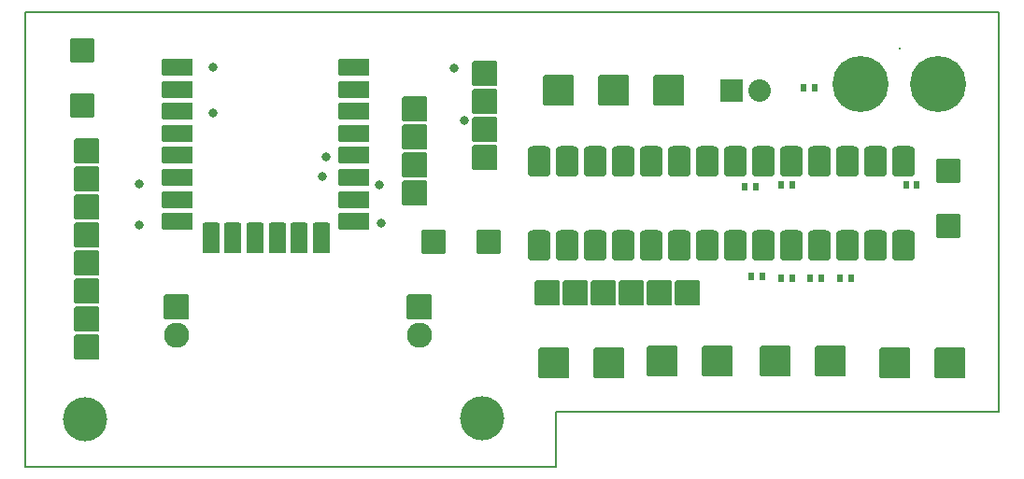
<source format=gbr>
G04 PROTEUS GERBER X2 FILE*
%TF.GenerationSoftware,Labcenter,Proteus,8.6-SP2-Build23525*%
%TF.CreationDate,2019-05-24T14:24:23+00:00*%
%TF.FileFunction,Soldermask,Top*%
%TF.FilePolarity,Negative*%
%TF.Part,Single*%
%FSLAX45Y45*%
%MOMM*%
G01*
%TA.AperFunction,Material*%
%ADD29C,0.812800*%
%AMPPAD022*
4,1,36,
-1.397000,-0.635000,
-1.397000,0.635000,
-1.394470,0.660970,
-1.387200,0.684980,
-1.375650,0.706580,
-1.360290,0.725290,
-1.341570,0.740650,
-1.319980,0.752200,
-1.295970,0.759470,
-1.270000,0.762000,
1.270000,0.762000,
1.295970,0.759470,
1.319980,0.752200,
1.341570,0.740650,
1.360290,0.725290,
1.375650,0.706580,
1.387200,0.684980,
1.394470,0.660970,
1.397000,0.635000,
1.397000,-0.635000,
1.394470,-0.660970,
1.387200,-0.684980,
1.375650,-0.706580,
1.360290,-0.725290,
1.341570,-0.740650,
1.319980,-0.752200,
1.295970,-0.759470,
1.270000,-0.762000,
-1.270000,-0.762000,
-1.295970,-0.759470,
-1.319980,-0.752200,
-1.341570,-0.740650,
-1.360290,-0.725290,
-1.375650,-0.706580,
-1.387200,-0.684980,
-1.394470,-0.660970,
-1.397000,-0.635000,
0*%
%TA.AperFunction,Material*%
%ADD72PPAD022*%
%AMPPAD023*
4,1,36,
0.635000,-1.397000,
-0.635000,-1.397000,
-0.660970,-1.394470,
-0.684980,-1.387200,
-0.706580,-1.375650,
-0.725290,-1.360290,
-0.740650,-1.341570,
-0.752200,-1.319980,
-0.759470,-1.295970,
-0.762000,-1.270000,
-0.762000,1.270000,
-0.759470,1.295970,
-0.752200,1.319980,
-0.740650,1.341570,
-0.725290,1.360290,
-0.706580,1.375650,
-0.684980,1.387200,
-0.660970,1.394470,
-0.635000,1.397000,
0.635000,1.397000,
0.660970,1.394470,
0.684980,1.387200,
0.706580,1.375650,
0.725290,1.360290,
0.740650,1.341570,
0.752200,1.319980,
0.759470,1.295970,
0.762000,1.270000,
0.762000,-1.270000,
0.759470,-1.295970,
0.752200,-1.319980,
0.740650,-1.341570,
0.725290,-1.360290,
0.706580,-1.375650,
0.684980,-1.387200,
0.660970,-1.394470,
0.635000,-1.397000,
0*%
%ADD73PPAD023*%
%AMPPAD024*
4,1,36,
-1.079500,-0.952500,
-1.079500,0.952500,
-1.076970,0.978470,
-1.069700,1.002480,
-1.058150,1.024080,
-1.042790,1.042790,
-1.024070,1.058150,
-1.002480,1.069700,
-0.978470,1.076970,
-0.952500,1.079500,
0.952500,1.079500,
0.978470,1.076970,
1.002480,1.069700,
1.024070,1.058150,
1.042790,1.042790,
1.058150,1.024080,
1.069700,1.002480,
1.076970,0.978470,
1.079500,0.952500,
1.079500,-0.952500,
1.076970,-0.978470,
1.069700,-1.002480,
1.058150,-1.024080,
1.042790,-1.042790,
1.024070,-1.058150,
1.002480,-1.069700,
0.978470,-1.076970,
0.952500,-1.079500,
-0.952500,-1.079500,
-0.978470,-1.076970,
-1.002480,-1.069700,
-1.024070,-1.058150,
-1.042790,-1.042790,
-1.058150,-1.024080,
-1.069700,-1.002480,
-1.076970,-0.978470,
-1.079500,-0.952500,
0*%
%TA.AperFunction,Material*%
%ADD30PPAD024*%
%AMPPAD025*
4,1,36,
1.143000,1.016000,
1.143000,-1.016000,
1.140470,-1.041970,
1.133200,-1.065980,
1.121650,-1.087580,
1.106290,-1.106290,
1.087570,-1.121650,
1.065980,-1.133200,
1.041970,-1.140470,
1.016000,-1.143000,
-1.016000,-1.143000,
-1.041970,-1.140470,
-1.065980,-1.133200,
-1.087570,-1.121650,
-1.106290,-1.106290,
-1.121650,-1.087580,
-1.133200,-1.065980,
-1.140470,-1.041970,
-1.143000,-1.016000,
-1.143000,1.016000,
-1.140470,1.041970,
-1.133200,1.065980,
-1.121650,1.087580,
-1.106290,1.106290,
-1.087570,1.121650,
-1.065980,1.133200,
-1.041970,1.140470,
-1.016000,1.143000,
1.016000,1.143000,
1.041970,1.140470,
1.065980,1.133200,
1.087570,1.121650,
1.106290,1.106290,
1.121650,1.087580,
1.133200,1.065980,
1.140470,1.041970,
1.143000,1.016000,
0*%
%TA.AperFunction,Material*%
%ADD31PPAD025*%
%ADD32C,2.286000*%
%AMPPAD027*
4,1,36,
0.952500,-1.079500,
-0.952500,-1.079500,
-0.978470,-1.076970,
-1.002480,-1.069700,
-1.024080,-1.058150,
-1.042790,-1.042790,
-1.058150,-1.024070,
-1.069700,-1.002480,
-1.076970,-0.978470,
-1.079500,-0.952500,
-1.079500,0.952500,
-1.076970,0.978470,
-1.069700,1.002480,
-1.058150,1.024070,
-1.042790,1.042790,
-1.024080,1.058150,
-1.002480,1.069700,
-0.978470,1.076970,
-0.952500,1.079500,
0.952500,1.079500,
0.978470,1.076970,
1.002480,1.069700,
1.024080,1.058150,
1.042790,1.042790,
1.058150,1.024070,
1.069700,1.002480,
1.076970,0.978470,
1.079500,0.952500,
1.079500,-0.952500,
1.076970,-0.978470,
1.069700,-1.002480,
1.058150,-1.024070,
1.042790,-1.042790,
1.024080,-1.058150,
1.002480,-1.069700,
0.978470,-1.076970,
0.952500,-1.079500,
0*%
%TA.AperFunction,Material*%
%ADD33PPAD027*%
%AMPPAD028*
4,1,36,
-0.584200,1.397000,
0.584200,1.397000,
0.672490,1.388410,
0.754130,1.363690,
0.827560,1.324420,
0.891180,1.272180,
0.943420,1.208560,
0.982690,1.135130,
1.007410,1.053490,
1.016000,0.965200,
1.016000,-0.965200,
1.007410,-1.053490,
0.982690,-1.135130,
0.943420,-1.208560,
0.891180,-1.272180,
0.827560,-1.324420,
0.754130,-1.363690,
0.672490,-1.388410,
0.584200,-1.397000,
-0.584200,-1.397000,
-0.672490,-1.388410,
-0.754130,-1.363690,
-0.827560,-1.324420,
-0.891180,-1.272180,
-0.943420,-1.208560,
-0.982690,-1.135130,
-1.007410,-1.053490,
-1.016000,-0.965200,
-1.016000,0.965200,
-1.007410,1.053490,
-0.982690,1.135130,
-0.943420,1.208560,
-0.891180,1.272180,
-0.827560,1.324420,
-0.754130,1.363690,
-0.672490,1.388410,
-0.584200,1.397000,
0*%
%TA.AperFunction,Material*%
%ADD34PPAD028*%
%AMPPAD029*
4,1,36,
1.270000,-1.397000,
-1.270000,-1.397000,
-1.295970,-1.394470,
-1.319980,-1.387200,
-1.341580,-1.375650,
-1.360290,-1.360290,
-1.375650,-1.341570,
-1.387200,-1.319980,
-1.394470,-1.295970,
-1.397000,-1.270000,
-1.397000,1.270000,
-1.394470,1.295970,
-1.387200,1.319980,
-1.375650,1.341570,
-1.360290,1.360290,
-1.341580,1.375650,
-1.319980,1.387200,
-1.295970,1.394470,
-1.270000,1.397000,
1.270000,1.397000,
1.295970,1.394470,
1.319980,1.387200,
1.341580,1.375650,
1.360290,1.360290,
1.375650,1.341570,
1.387200,1.319980,
1.394470,1.295970,
1.397000,1.270000,
1.397000,-1.270000,
1.394470,-1.295970,
1.387200,-1.319980,
1.375650,-1.341570,
1.360290,-1.360290,
1.341580,-1.375650,
1.319980,-1.387200,
1.295970,-1.394470,
1.270000,-1.397000,
0*%
%TA.AperFunction,Material*%
%ADD35PPAD029*%
%AMPPAD030*
4,1,36,
1.016000,-1.143000,
-1.016000,-1.143000,
-1.041970,-1.140470,
-1.065980,-1.133200,
-1.087580,-1.121650,
-1.106290,-1.106290,
-1.121650,-1.087570,
-1.133200,-1.065980,
-1.140470,-1.041970,
-1.143000,-1.016000,
-1.143000,1.016000,
-1.140470,1.041970,
-1.133200,1.065980,
-1.121650,1.087570,
-1.106290,1.106290,
-1.087580,1.121650,
-1.065980,1.133200,
-1.041970,1.140470,
-1.016000,1.143000,
1.016000,1.143000,
1.041970,1.140470,
1.065980,1.133200,
1.087580,1.121650,
1.106290,1.106290,
1.121650,1.087570,
1.133200,1.065980,
1.140470,1.041970,
1.143000,1.016000,
1.143000,-1.016000,
1.140470,-1.041970,
1.133200,-1.065980,
1.121650,-1.087570,
1.106290,-1.106290,
1.087580,-1.121650,
1.065980,-1.133200,
1.041970,-1.140470,
1.016000,-1.143000,
0*%
%TA.AperFunction,Material*%
%ADD36PPAD030*%
%AMPPAD031*
4,1,4,
0.279400,-0.304800,
-0.279400,-0.304800,
-0.279400,0.304800,
0.279400,0.304800,
0.279400,-0.304800,
0*%
%TA.AperFunction,Material*%
%ADD37PPAD031*%
%TA.AperFunction,Material*%
%ADD38C,5.080000*%
%ADD39C,0.330200*%
%AMPPAD034*
4,1,36,
-0.889000,1.016000,
0.889000,1.016000,
0.914970,1.013470,
0.938980,1.006200,
0.960580,0.994650,
0.979290,0.979290,
0.994650,0.960570,
1.006200,0.938980,
1.013470,0.914970,
1.016000,0.889000,
1.016000,-0.889000,
1.013470,-0.914970,
1.006200,-0.938980,
0.994650,-0.960570,
0.979290,-0.979290,
0.960580,-0.994650,
0.938980,-1.006200,
0.914970,-1.013470,
0.889000,-1.016000,
-0.889000,-1.016000,
-0.914970,-1.013470,
-0.938980,-1.006200,
-0.960580,-0.994650,
-0.979290,-0.979290,
-0.994650,-0.960570,
-1.006200,-0.938980,
-1.013470,-0.914970,
-1.016000,-0.889000,
-1.016000,0.889000,
-1.013470,0.914970,
-1.006200,0.938980,
-0.994650,0.960570,
-0.979290,0.979290,
-0.960580,0.994650,
-0.938980,1.006200,
-0.914970,1.013470,
-0.889000,1.016000,
0*%
%TA.AperFunction,Material*%
%ADD40PPAD034*%
%ADD41C,2.032000*%
%TA.AperFunction,Material*%
%ADD42C,4.000000*%
%TA.AperFunction,Profile*%
%ADD25C,0.203200*%
%TD.AperFunction*%
D29*
X-5201923Y+7056296D03*
X-5197920Y+6647975D03*
X-5866758Y+5629206D03*
X-5866758Y+6005884D03*
X-4210000Y+6070000D03*
X-3676233Y+5645859D03*
X-3690000Y+5990000D03*
X-4174438Y+6251245D03*
X-3015176Y+7051596D03*
X-2924007Y+6580387D03*
D72*
X-5520000Y+7060000D03*
X-5520000Y+6860000D03*
X-5520000Y+6660000D03*
X-5520000Y+6460000D03*
X-5520000Y+6260000D03*
X-5520000Y+6060000D03*
X-5520000Y+5860000D03*
X-5520000Y+5660000D03*
D73*
X-5220000Y+5510000D03*
X-5020000Y+5510000D03*
X-4820000Y+5510000D03*
X-4620000Y+5510000D03*
X-4420000Y+5510000D03*
X-4220000Y+5510000D03*
D72*
X-3920000Y+5660000D03*
X-3920000Y+5860000D03*
X-3920000Y+6060000D03*
X-3920000Y+6260000D03*
X-3920000Y+6460000D03*
X-3920000Y+6660000D03*
X-3920000Y+6860000D03*
X-3920000Y+7060000D03*
D30*
X-6390000Y+6710000D03*
X-6390000Y+7210000D03*
D31*
X-3370000Y+6680000D03*
X-3370000Y+6426000D03*
X-3370000Y+6172000D03*
X-3370000Y+5918000D03*
X-2740000Y+7000000D03*
X-2740000Y+6746000D03*
X-2740000Y+6492000D03*
X-2740000Y+6238000D03*
X-6340000Y+6300000D03*
X-6340000Y+6046000D03*
X-6340000Y+5792000D03*
X-6340000Y+5538000D03*
X-6340000Y+5284000D03*
X-6340000Y+5030000D03*
X-6340000Y+4776000D03*
X-6340000Y+4522000D03*
X-3330000Y+4880000D03*
D32*
X-3330000Y+4630000D03*
D31*
X-5530000Y+4880000D03*
D32*
X-5530000Y+4630000D03*
D33*
X-2700000Y+5480000D03*
X-3200000Y+5480000D03*
D34*
X+1060000Y+6202000D03*
X+806000Y+6202000D03*
X+552000Y+6202000D03*
X+298000Y+6202000D03*
X+44000Y+6202000D03*
X-210000Y+6202000D03*
X-464000Y+6202000D03*
X-718000Y+6202000D03*
X-972000Y+6202000D03*
X-1226000Y+6202000D03*
X-1480000Y+6202000D03*
X-1734000Y+6202000D03*
X-1988000Y+6202000D03*
X-2242000Y+6202000D03*
X-2242000Y+5440000D03*
X-1988000Y+5440000D03*
X-1734000Y+5440000D03*
X-1480000Y+5440000D03*
X-1226000Y+5440000D03*
X-972000Y+5440000D03*
X-718000Y+5440000D03*
X-464000Y+5440000D03*
X-210000Y+5440000D03*
X+44000Y+5440000D03*
X+298000Y+5440000D03*
X+552000Y+5440000D03*
X+806000Y+5440000D03*
X+1058000Y+5440000D03*
D35*
X-1612000Y+4380000D03*
X-2112000Y+4380000D03*
X-632000Y+4390000D03*
X-1132000Y+4390000D03*
X+398000Y+4390000D03*
X-102000Y+4390000D03*
X+1478000Y+4380000D03*
X+978000Y+4380000D03*
X-1072000Y+6850000D03*
X-1572000Y+6850000D03*
X-2072000Y+6850000D03*
D30*
X+1460000Y+5620000D03*
X+1460000Y+6120000D03*
D36*
X-902000Y+5010000D03*
X-1156000Y+5010000D03*
X-1410000Y+5010000D03*
X-1664000Y+5010000D03*
X-1918000Y+5010000D03*
X-2172000Y+5010000D03*
D37*
X-222000Y+5160000D03*
X-322000Y+5160000D03*
X+48000Y+5150000D03*
X-52000Y+5150000D03*
X+308000Y+5150000D03*
X+208000Y+5150000D03*
X-282000Y+5980000D03*
X-382000Y+5980000D03*
X+578000Y+5150000D03*
X+478000Y+5150000D03*
X+1178000Y+5990000D03*
X+1078000Y+5990000D03*
X+48000Y+5990000D03*
X-52000Y+5990000D03*
D38*
X+668000Y+6910000D03*
X+1368000Y+6910000D03*
D39*
X+1018000Y+7230000D03*
D40*
X-502000Y+6850000D03*
D41*
X-252000Y+6850000D03*
D37*
X+248000Y+6870000D03*
X+148000Y+6870000D03*
D42*
X-6360000Y+3870000D03*
X-2760000Y+3880000D03*
D25*
X-6900000Y+7560000D02*
X+1920000Y+7560000D01*
X-6900000Y+7560000D02*
X-6900000Y+3440000D01*
X+1920000Y+7560000D02*
X+1920000Y+3940000D01*
X-6900000Y+3440000D02*
X-2090000Y+3440000D01*
X-2090000Y+3940000D01*
X+1920000Y+3940000D01*
M02*

</source>
